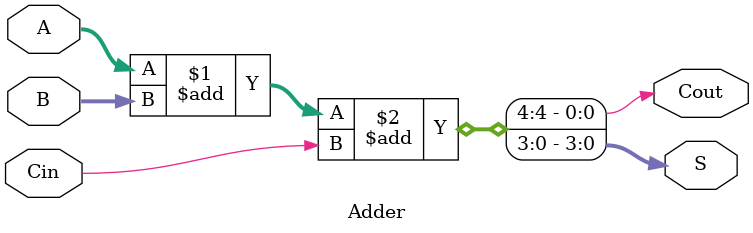
<source format=v>
module Adder(
    input [3:0] A,
    input [3:0] B,
    input Cin,
    output [3:0] S,
    output Cout
);
    wire [3:0] S;
    wire Cout;
    
    assign {Cout, S} = A + B + Cin; 
endmodule

</source>
